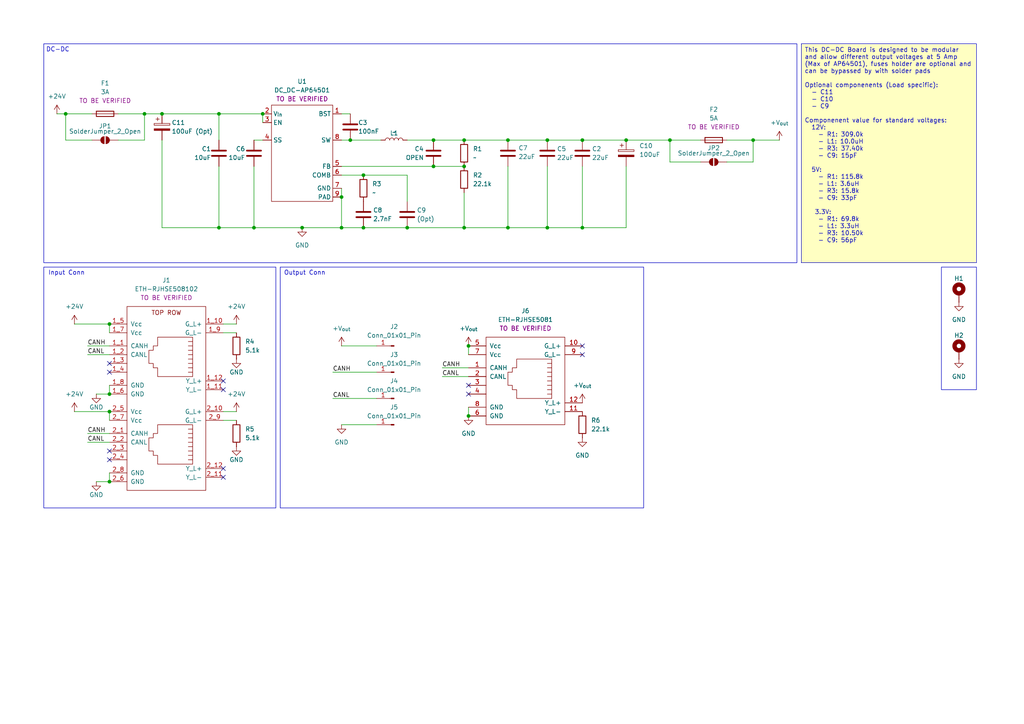
<source format=kicad_sch>
(kicad_sch (version 20231120) (generator "eeschema") (generator_version "8.0")
  (paper "A4")
  (lib_symbols
    (symbol "0_RoverLibrary:DC_DC-AP64501"
      (property "Reference" "U" (at 0 1.016 0))
      (property "Value" "DC_DC-AP64501" (at 0 -0.508 0))
      (property "STATUS" "TO BE VERIFIED" (at 0 -2.286 0))
      (symbol "DC_DC-AP64501_0_1"
        (rectangle (start -8.89 -3.81) (end 8.89 -31.75))
      )
      (symbol "DC_DC-AP64501_1_1"
        (pin unspecified line (at 11.43 -6.35 180) (length 2.54) (name "BST") (number "1"))
        (pin unspecified line (at -11.43 -6.35 0) (length 2.54) (name "V_{in}") (number "2"))
        (pin unspecified line (at -11.43 -8.89 0) (length 2.54) (name "EN") (number "3"))
        (pin unspecified line (at -11.43 -13.97 0) (length 2.54) (name "SS") (number "4"))
        (pin unspecified line (at 11.43 -21.59 180) (length 2.54) (name "FB") (number "5"))
        (pin unspecified line (at 11.43 -24.13 180) (length 2.54) (name "COMB") (number "6"))
        (pin unspecified line (at 11.43 -27.94 180) (length 2.54) (name "GND") (number "7"))
        (pin unspecified line (at 11.43 -13.97 180) (length 2.54) (name "SW") (number "8"))
        (pin unspecified line (at 11.43 -30.48 180) (length 2.54) (name "PAD") (number "9"))
      )
    )
    (symbol "0_RoverLibrary:ETH-RJHSE5081" (pin_names (offset 1.016))
      (property "Reference" "J" (at 0 9.144 0))
      (property "Value" "ETH-RJHSE5081" (at 0 6.858 0))
      (property "STATUS" "TO BE VERIFIED" (at 0.254 11.43 0))
      (symbol "ETH-RJHSE5081_0_1"
        (polyline (pts (xy 6.35 -3.81) (xy 7.62 -3.81)))
        (polyline (pts (xy 6.35 -2.54) (xy 7.62 -2.54)))
        (polyline (pts (xy 6.35 -5.08) (xy 7.62 -5.08) (xy 7.62 -5.08)))
        (polyline (pts (xy 7.62 -11.43) (xy 6.35 -11.43) (xy 6.35 -11.43)))
        (polyline (pts (xy 7.62 -10.16) (xy 6.35 -10.16) (xy 6.35 -10.16)))
        (polyline (pts (xy 7.62 -8.89) (xy 6.35 -8.89) (xy 6.35 -8.89)))
        (polyline (pts (xy 7.62 -7.62) (xy 6.35 -7.62) (xy 6.35 -7.62)))
        (polyline (pts (xy 7.62 -6.35) (xy 6.35 -6.35) (xy 6.35 -6.35)))
        (polyline (pts (xy 7.62 -12.7) (xy 7.62 -1.27) (xy -2.54 -1.27) (xy -2.54 -3.81) (xy -3.81 -3.81) (xy -3.81 -5.08) (xy -5.08 -5.08) (xy -5.08 -8.89) (xy -3.81 -8.89) (xy -3.81 -10.16) (xy -2.54 -10.16) (xy -2.54 -12.7) (xy 7.62 -12.7) (xy 7.62 -12.7)))
      )
      (symbol "ETH-RJHSE5081_1_1"
        (rectangle (start -11.43 5.08) (end 11.43 -20.32))
        (pin passive line (at -16.51 -3.81 0) (length 5.08) (name "CANH") (number "1"))
        (pin passive line (at 16.51 2.54 180) (length 5.08) (name "G_L+") (number "10"))
        (pin passive line (at 16.51 -16.51 180) (length 5.08) (name "Y_L-") (number "11"))
        (pin passive line (at 16.51 -13.97 180) (length 5.08) (name "Y_L+") (number "12"))
        (pin passive line (at -16.51 -6.35 0) (length 5.08) (name "CANL") (number "2"))
        (pin passive line (at -16.51 -8.89 0) (length 5.08) (name "~") (number "3"))
        (pin passive line (at -16.51 -11.43 0) (length 5.08) (name "~") (number "4"))
        (pin passive line (at -16.51 2.54 0) (length 5.08) (name "Vcc") (number "5"))
        (pin passive line (at -16.51 -17.78 0) (length 5.08) (name "GND") (number "6"))
        (pin passive line (at -16.51 0 0) (length 5.08) (name "Vcc") (number "7"))
        (pin passive line (at -16.51 -15.24 0) (length 5.08) (name "GND") (number "8"))
        (pin passive line (at 16.51 0 180) (length 5.08) (name "G_L-") (number "9"))
      )
    )
    (symbol "0_RoverLibrary:ETH-RJHSE508102" (pin_names (offset 1.016))
      (property "Reference" "J" (at 0 11.684 0))
      (property "Value" "ETH-RJHSE508102" (at 0 9.398 0))
      (property "STATUS" "TO BE VERIFIED" (at 0.254 13.97 0))
      (symbol "ETH-RJHSE508102_0_1"
        (polyline (pts (xy 6.35 -29.21) (xy 7.62 -29.21)))
        (polyline (pts (xy 6.35 -27.94) (xy 7.62 -27.94)))
        (polyline (pts (xy 6.35 -3.81) (xy 7.62 -3.81)))
        (polyline (pts (xy 6.35 -2.54) (xy 7.62 -2.54)))
        (polyline (pts (xy 6.35 -30.48) (xy 7.62 -30.48) (xy 7.62 -30.48)))
        (polyline (pts (xy 6.35 -5.08) (xy 7.62 -5.08) (xy 7.62 -5.08)))
        (polyline (pts (xy 7.62 -36.83) (xy 6.35 -36.83) (xy 6.35 -36.83)))
        (polyline (pts (xy 7.62 -35.56) (xy 6.35 -35.56) (xy 6.35 -35.56)))
        (polyline (pts (xy 7.62 -34.29) (xy 6.35 -34.29) (xy 6.35 -34.29)))
        (polyline (pts (xy 7.62 -33.02) (xy 6.35 -33.02) (xy 6.35 -33.02)))
        (polyline (pts (xy 7.62 -31.75) (xy 6.35 -31.75) (xy 6.35 -31.75)))
        (polyline (pts (xy 7.62 -11.43) (xy 6.35 -11.43) (xy 6.35 -11.43)))
        (polyline (pts (xy 7.62 -10.16) (xy 6.35 -10.16) (xy 6.35 -10.16)))
        (polyline (pts (xy 7.62 -8.89) (xy 6.35 -8.89) (xy 6.35 -8.89)))
        (polyline (pts (xy 7.62 -7.62) (xy 6.35 -7.62) (xy 6.35 -7.62)))
        (polyline (pts (xy 7.62 -6.35) (xy 6.35 -6.35) (xy 6.35 -6.35)))
        (polyline (pts (xy 7.62 -38.1) (xy 7.62 -26.67) (xy -2.54 -26.67) (xy -2.54 -29.21) (xy -3.81 -29.21) (xy -3.81 -30.48) (xy -5.08 -30.48) (xy -5.08 -34.29) (xy -3.81 -34.29) (xy -3.81 -35.56) (xy -2.54 -35.56) (xy -2.54 -38.1) (xy 7.62 -38.1) (xy 7.62 -38.1)))
        (polyline (pts (xy 7.62 -12.7) (xy 7.62 -1.27) (xy -2.54 -1.27) (xy -2.54 -3.81) (xy -3.81 -3.81) (xy -3.81 -5.08) (xy -5.08 -5.08) (xy -5.08 -8.89) (xy -3.81 -8.89) (xy -3.81 -10.16) (xy -2.54 -10.16) (xy -2.54 -12.7) (xy 7.62 -12.7) (xy 7.62 -12.7)))
      )
      (symbol "ETH-RJHSE508102_1_1"
        (rectangle (start -11.43 7.62) (end 11.43 -45.72))
        (text "TOP ROW" (at 0 5.842 0) (effects (font (size 1.27 1.27))))
        (pin passive line (at -16.51 -3.81 0) (length 5.08) (name "CANH") (number "1_1"))
        (pin passive line (at 16.51 2.54 180) (length 5.08) (name "G_L+") (number "1_10"))
        (pin passive line (at 16.51 -16.51 180) (length 5.08) (name "Y_L-") (number "1_11"))
        (pin passive line (at 16.51 -13.97 180) (length 5.08) (name "Y_L+") (number "1_12"))
        (pin passive line (at -16.51 -6.35 0) (length 5.08) (name "CANL") (number "1_2"))
        (pin passive line (at -16.51 -8.89 0) (length 5.08) (name "~") (number "1_3"))
        (pin passive line (at -16.51 -11.43 0) (length 5.08) (name "~") (number "1_4"))
        (pin passive line (at -16.51 2.54 0) (length 5.08) (name "Vcc") (number "1_5"))
        (pin passive line (at -16.51 -17.78 0) (length 5.08) (name "GND") (number "1_6"))
        (pin passive line (at -16.51 0 0) (length 5.08) (name "Vcc") (number "1_7"))
        (pin passive line (at -16.51 -15.24 0) (length 5.08) (name "GND") (number "1_8"))
        (pin passive line (at 16.51 0 180) (length 5.08) (name "G_L-") (number "1_9"))
        (pin passive line (at -16.51 -29.21 0) (length 5.08) (name "CANH") (number "2_1"))
        (pin passive line (at 16.51 -22.86 180) (length 5.08) (name "G_L+") (number "2_10"))
        (pin passive line (at 16.51 -41.91 180) (length 5.08) (name "Y_L-") (number "2_11"))
        (pin passive line (at 16.51 -39.37 180) (length 5.08) (name "Y_L+") (number "2_12"))
        (pin passive line (at -16.51 -31.75 0) (length 5.08) (name "CANL") (number "2_2"))
        (pin passive line (at -16.51 -34.29 0) (length 5.08) (name "~") (number "2_3"))
        (pin passive line (at -16.51 -36.83 0) (length 5.08) (name "~") (number "2_4"))
        (pin passive line (at -16.51 -22.86 0) (length 5.08) (name "Vcc") (number "2_5"))
        (pin passive line (at -16.51 -43.18 0) (length 5.08) (name "GND") (number "2_6"))
        (pin passive line (at -16.51 -25.4 0) (length 5.08) (name "Vcc") (number "2_7"))
        (pin passive line (at -16.51 -40.64 0) (length 5.08) (name "GND") (number "2_8"))
        (pin passive line (at 16.51 -25.4 180) (length 5.08) (name "G_L-") (number "2_9"))
      )
    )
    (symbol "0_RoverLibrary:FuseHolder-3588-20" (pin_numbers hide) (pin_names (offset 0))
      (property "Reference" "F" (at 2.032 0 90))
      (property "Value" "FuseHolder-3588-20" (at -1.905 0 90))
      (property "STATUS" "TO BE VERIFIED" (at -4.064 -0.254 90))
      (symbol "FuseHolder-3588-20_0_1"
        (rectangle (start -0.762 2.54) (end 0.762 -2.54) (stroke (width 0.254)))
        (polyline (pts (xy 0 2.54) (xy 0 -2.54)))
      )
      (symbol "FuseHolder-3588-20_1_1"
        (pin passive line (at 0 3.81 270) (length 1.27) (name "~") (number "1"))
        (pin passive line (at 0 -3.81 90) (length 1.27) (name "~") (number "2"))
      )
    )
    (symbol "0_RoverLibrary:MountingHole_Pad" (pin_numbers hide) (pin_names (offset 1.016) hide) (exclude_from_sim yes) (in_bom no)
      (property "Reference" "H" (at 0 6.35 0))
      (property "Value" "MountingHole_Pad" (at 0 4.445 0))
      (symbol "MountingHole_Pad_0_1"
        (circle (center 0 1.27) (radius 1.27) (stroke (width 1.27)))
      )
      (symbol "MountingHole_Pad_1_1"
        (pin input line (at 0 -2.54 90) (length 2.54) (name "1") (number "1"))
      )
    )
    (symbol "Connector:Conn_01x01_Pin" (pin_names (offset 1.016) hide)
      (property "Reference" "J" (at 0 2.54 0))
      (property "Value" "Conn_01x01_Pin" (at 0 -2.54 0))
      (symbol "Conn_01x01_Pin_1_1"
        (polyline (pts (xy 1.27 0) (xy 0.8636 0)) (stroke (width 0.1524)))
        (rectangle (start 0.8636 0.127) (end 0 -0.127) (stroke (width 0.1524)) (fill (type outline)))
        (pin passive line (at 5.08 0 180) (length 3.81) (name "Pin_1") (number "1"))
      )
    )
    (symbol "Device:C" (pin_numbers hide) (pin_names (offset 0.254))
      (property "Reference" "C" (at 0.635 2.54 0))
      (property "Value" "C" (at 0.635 -2.54 0))
      (symbol "C_0_1"
        (polyline (pts (xy -2.032 -0.762) (xy 2.032 -0.762)) (stroke (width 0.508)))
        (polyline (pts (xy -2.032 0.762) (xy 2.032 0.762)) (stroke (width 0.508)))
      )
      (symbol "C_1_1"
        (pin passive line (at 0 3.81 270) (length 2.794) (name "~") (number "1"))
        (pin passive line (at 0 -3.81 90) (length 2.794) (name "~") (number "2"))
      )
    )
    (symbol "Device:C_Polarized" (pin_numbers hide) (pin_names (offset 0.254))
      (property "Reference" "C" (at 0.635 2.54 0))
      (property "Value" "C_Polarized" (at 0.635 -2.54 0))
      (symbol "C_Polarized_0_1"
        (rectangle (start -2.286 0.508) (end 2.286 1.016))
        (polyline (pts (xy -1.778 2.286) (xy -0.762 2.286)))
        (polyline (pts (xy -1.27 2.794) (xy -1.27 1.778)))
        (rectangle (start 2.286 -0.508) (end -2.286 -1.016) (fill (type outline)))
      )
      (symbol "C_Polarized_1_1"
        (pin passive line (at 0 3.81 270) (length 2.794) (name "~") (number "1"))
        (pin passive line (at 0 -3.81 90) (length 2.794) (name "~") (number "2"))
      )
    )
    (symbol "Device:L" (pin_numbers hide) (pin_names (offset 1.016) hide)
      (property "Reference" "L" (at -1.27 0 90))
      (property "Value" "L" (at 1.905 0 90))
      (symbol "L_0_1"
        (arc (start 0 -2.54) (mid 0.6323 -1.905) (end 0 -1.27))
        (arc (start 0 -1.27) (mid 0.6323 -0.635) (end 0 0))
        (arc (start 0 0) (mid 0.6323 0.635) (end 0 1.27))
        (arc (start 0 1.27) (mid 0.6323 1.905) (end 0 2.54))
      )
      (symbol "L_1_1"
        (pin passive line (at 0 3.81 270) (length 1.27) (name "1") (number "1"))
        (pin passive line (at 0 -3.81 90) (length 1.27) (name "2") (number "2"))
      )
    )
    (symbol "Device:R" (pin_numbers hide) (pin_names (offset 0))
      (property "Reference" "R" (at 2.032 0 90))
      (property "Value" "R" (at 0 0 90))
      (symbol "R_0_1"
        (rectangle (start -1.016 -2.54) (end 1.016 2.54) (stroke (width 0.254)))
      )
      (symbol "R_1_1"
        (pin passive line (at 0 3.81 270) (length 1.27) (name "~") (number "1"))
        (pin passive line (at 0 -3.81 90) (length 1.27) (name "~") (number "2"))
      )
    )
    (symbol "Jumper:SolderJumper_2_Open" (pin_numbers hide) (pin_names (offset 0) hide) (exclude_from_sim yes) (in_bom no)
      (property "Reference" "JP" (at 0 2.032 0))
      (property "Value" "SolderJumper_2_Open" (at 0 -2.54 0))
      (symbol "SolderJumper_2_Open_0_1"
        (arc (start -0.254 1.016) (mid -1.2656 0) (end -0.254 -1.016))
        (arc (start -0.254 1.016) (mid -1.2656 0) (end -0.254 -1.016) (fill (type outline)))
        (polyline (pts (xy -0.254 1.016) (xy -0.254 -1.016)))
        (polyline (pts (xy 0.254 1.016) (xy 0.254 -1.016)))
        (arc (start 0.254 -1.016) (mid 1.2656 0) (end 0.254 1.016))
        (arc (start 0.254 -1.016) (mid 1.2656 0) (end 0.254 1.016) (fill (type outline)))
      )
      (symbol "SolderJumper_2_Open_1_1"
        (pin passive line (at -3.81 0 0) (length 2.54) (name "A") (number "1"))
        (pin passive line (at 3.81 0 180) (length 2.54) (name "B") (number "2"))
      )
    )
    (symbol "power:+24V" (power) (pin_numbers hide) (pin_names (offset 0) hide)
      (property "Value" "+24V" (at 0 3.556 0))
      (symbol "+24V_0_1"
        (polyline (pts (xy -0.762 1.27) (xy 0 2.54)))
        (polyline (pts (xy 0 0) (xy 0 2.54)))
        (polyline (pts (xy 0 2.54) (xy 0.762 1.27)))
      )
      (symbol "+24V_1_1"
        (pin power_in line (at 0 0 90) (length 0) (name "~") (number "1"))
      )
    )
    (symbol "power:+5V" (power) (pin_numbers hide) (pin_names (offset 0) hide)
      (property "Value" "+5V" (at 0 3.556 0))
      (symbol "+5V_0_1"
        (polyline (pts (xy -0.762 1.27) (xy 0 2.54)))
        (polyline (pts (xy 0 0) (xy 0 2.54)))
        (polyline (pts (xy 0 2.54) (xy 0.762 1.27)))
      )
      (symbol "+5V_1_1"
        (pin power_in line (at 0 0 90) (length 0) (name "~") (number "1"))
      )
    )
    (symbol "power:GND" (power) (pin_numbers hide) (pin_names (offset 0) hide)
      (property "Value" "GND" (at 0 -3.81 0))
      (symbol "GND_0_1"
        (polyline (pts (xy 0 0) (xy 0 -1.27) (xy 1.27 -1.27) (xy 0 -2.54) (xy -1.27 -1.27) (xy 0 -1.27)))
      )
      (symbol "GND_1_1"
        (pin power_in line (at 0 0 270) (length 0) (name "~") (number "1"))
      )
    )
  )
  (junction (at 135.89 100.33))
  (junction (at 73.66 66.04))
  (junction (at 158.75 40.64))
  (junction (at 134.62 40.64))
  (junction (at 31.75 119.38))
  (junction (at 19.05 33.02))
  (junction (at 118.11 66.04))
  (junction (at 41.91 33.02))
  (junction (at 63.5 33.02))
  (junction (at 194.31 40.64))
  (junction (at 135.89 120.65))
  (junction (at 31.75 114.3))
  (junction (at 63.5 66.04))
  (junction (at 218.44 40.64))
  (junction (at 99.06 66.04))
  (junction (at 158.75 66.04))
  (junction (at 31.75 139.7))
  (junction (at 31.75 93.98))
  (junction (at 125.73 48.26))
  (junction (at 105.41 66.04))
  (junction (at 134.62 48.26))
  (junction (at 125.73 40.64))
  (junction (at 134.62 66.04))
  (junction (at 101.6 40.64))
  (junction (at 105.41 50.8))
  (junction (at 46.99 33.02))
  (junction (at 181.61 40.64))
  (junction (at 147.32 66.04))
  (junction (at 87.63 66.04))
  (junction (at 168.91 40.64))
  (junction (at 168.91 66.04))
  (junction (at 99.06 57.15))
  (junction (at 147.32 40.64))
  (junction (at 76.2 33.02))
  (no_connect (at 31.75 105.41))
  (no_connect (at 31.75 133.35))
  (no_connect (at 31.75 107.95))
  (no_connect (at 168.91 102.87))
  (no_connect (at 168.91 100.33))
  (no_connect (at 64.77 138.43))
  (no_connect (at 64.77 113.03))
  (no_connect (at 64.77 135.89))
  (no_connect (at 135.89 111.76))
  (no_connect (at 31.75 130.81))
  (no_connect (at 64.77 110.49))
  (no_connect (at 135.89 114.3))
  (wire (pts (xy 25.4 102.87) (xy 31.75 102.87)))
  (wire (pts (xy 118.11 66.04) (xy 105.41 66.04)))
  (wire (pts (xy 96.52 115.57) (xy 109.22 115.57)))
  (wire (pts (xy 31.75 111.76) (xy 31.75 114.3)))
  (wire (pts (xy 218.44 46.99) (xy 218.44 40.64)))
  (wire (pts (xy 125.73 40.64) (xy 134.62 40.64)))
  (wire (pts (xy 181.61 66.04) (xy 168.91 66.04)))
  (wire (pts (xy 73.66 40.64) (xy 76.2 40.64)))
  (wire (pts (xy 73.66 66.04) (xy 73.66 48.26)))
  (wire (pts (xy 181.61 48.26) (xy 181.61 66.04)))
  (wire (pts (xy 210.82 46.99) (xy 218.44 46.99)))
  (wire (pts (xy 21.59 119.38) (xy 31.75 119.38)))
  (wire (pts (xy 68.58 119.38) (xy 64.77 119.38)))
  (wire (pts (xy 25.4 125.73) (xy 31.75 125.73)))
  (wire (pts (xy 34.29 40.64) (xy 41.91 40.64)))
  (wire (pts (xy 41.91 33.02) (xy 46.99 33.02)))
  (wire (pts (xy 218.44 40.64) (xy 226.06 40.64)))
  (wire (pts (xy 87.63 66.04) (xy 99.06 66.04)))
  (wire (pts (xy 194.31 40.64) (xy 203.2 40.64)))
  (wire (pts (xy 68.58 93.98) (xy 64.77 93.98)))
  (wire (pts (xy 25.4 100.33) (xy 31.75 100.33)))
  (wire (pts (xy 27.94 114.3) (xy 31.75 114.3)))
  (wire (pts (xy 99.06 100.33) (xy 109.22 100.33)))
  (wire (pts (xy 19.05 40.64) (xy 19.05 33.02)))
  (wire (pts (xy 134.62 40.64) (xy 147.32 40.64)))
  (wire (pts (xy 99.06 54.61) (xy 99.06 57.15)))
  (wire (pts (xy 27.94 139.7) (xy 31.75 139.7)))
  (wire (pts (xy 118.11 58.42) (xy 118.11 50.8)))
  (wire (pts (xy 76.2 33.02) (xy 76.2 35.56)))
  (wire (pts (xy 147.32 66.04) (xy 134.62 66.04)))
  (wire (pts (xy 118.11 50.8) (xy 105.41 50.8)))
  (wire (pts (xy 63.5 40.64) (xy 63.5 33.02)))
  (wire (pts (xy 21.59 93.98) (xy 31.75 93.98)))
  (wire (pts (xy 46.99 66.04) (xy 63.5 66.04)))
  (wire (pts (xy 125.73 40.64) (xy 118.11 40.64)))
  (wire (pts (xy 99.06 66.04) (xy 105.41 66.04)))
  (wire (pts (xy 128.27 109.22) (xy 135.89 109.22)))
  (wire (pts (xy 158.75 40.64) (xy 168.91 40.64)))
  (wire (pts (xy 181.61 40.64) (xy 194.31 40.64)))
  (wire (pts (xy 158.75 66.04) (xy 158.75 48.26)))
  (wire (pts (xy 73.66 66.04) (xy 87.63 66.04)))
  (wire (pts (xy 135.89 100.33) (xy 135.89 102.87)))
  (wire (pts (xy 135.89 118.11) (xy 135.89 120.65)))
  (wire (pts (xy 68.58 96.52) (xy 64.77 96.52)))
  (wire (pts (xy 99.06 33.02) (xy 101.6 33.02)))
  (wire (pts (xy 99.06 123.19) (xy 109.22 123.19)))
  (wire (pts (xy 31.75 137.16) (xy 31.75 139.7)))
  (wire (pts (xy 147.32 66.04) (xy 158.75 66.04)))
  (wire (pts (xy 210.82 40.64) (xy 218.44 40.64)))
  (wire (pts (xy 31.75 93.98) (xy 31.75 96.52)))
  (wire (pts (xy 99.06 40.64) (xy 101.6 40.64)))
  (wire (pts (xy 31.75 119.38) (xy 31.75 121.92)))
  (wire (pts (xy 46.99 40.64) (xy 46.99 66.04)))
  (wire (pts (xy 99.06 57.15) (xy 99.06 66.04)))
  (wire (pts (xy 19.05 33.02) (xy 26.67 33.02)))
  (wire (pts (xy 203.2 46.99) (xy 194.31 46.99)))
  (wire (pts (xy 96.52 107.95) (xy 109.22 107.95)))
  (wire (pts (xy 63.5 33.02) (xy 76.2 33.02)))
  (wire (pts (xy 134.62 55.88) (xy 134.62 66.04)))
  (wire (pts (xy 101.6 40.64) (xy 110.49 40.64)))
  (wire (pts (xy 168.91 40.64) (xy 181.61 40.64)))
  (wire (pts (xy 147.32 40.64) (xy 158.75 40.64)))
  (wire (pts (xy 158.75 66.04) (xy 168.91 66.04)))
  (wire (pts (xy 168.91 66.04) (xy 168.91 48.26)))
  (wire (pts (xy 125.73 48.26) (xy 134.62 48.26)))
  (wire (pts (xy 134.62 66.04) (xy 118.11 66.04)))
  (wire (pts (xy 41.91 40.64) (xy 41.91 33.02)))
  (wire (pts (xy 25.4 128.27) (xy 31.75 128.27)))
  (wire (pts (xy 26.67 40.64) (xy 19.05 40.64)))
  (wire (pts (xy 194.31 46.99) (xy 194.31 40.64)))
  (wire (pts (xy 34.29 33.02) (xy 41.91 33.02)))
  (wire (pts (xy 63.5 48.26) (xy 63.5 66.04)))
  (wire (pts (xy 147.32 48.26) (xy 147.32 66.04)))
  (wire (pts (xy 128.27 106.68) (xy 135.89 106.68)))
  (wire (pts (xy 46.99 33.02) (xy 63.5 33.02)))
  (wire (pts (xy 16.51 33.02) (xy 19.05 33.02)))
  (wire (pts (xy 99.06 48.26) (xy 125.73 48.26)))
  (wire (pts (xy 99.06 50.8) (xy 105.41 50.8)))
  (wire (pts (xy 68.58 121.92) (xy 64.77 121.92)))
  (wire (pts (xy 63.5 66.04) (xy 73.66 66.04)))
  (rectangle (start 12.7 77.47) (end 80.01 147.32))
  (rectangle (start 12.7 12.7) (end 231.14 76.2))
  (rectangle (start 81.28 77.47) (end 186.69 147.32))
  (rectangle (start 273.05 77.47) (end 283.21 113.03))
  (text_box "This DC-DC Board is designed to be modular and allow different output voltages at 5 Amp (Max of AP64501), fuses holder are optional and can be bypassed by with solder pads\n\nOptional componenents (Load specific):\n  - C11\n  - C10\n  - C9\n\nComponenent value for standard voltages:\n  12V:\n    - R1: 309.0k\n    - L1: 10.0uH\n    - R3: 37.40k\n    - C9: 15pF\n\n  5V:\n    - R1: 115.8k\n    - L1: 3.6uH\n    - R3: 15.8k\n    - C9: 33pF\n\n   3.3V:\n    - R1: 69.8k\n    - L1: 3.3uH\n    - R3: 10.50k\n    - C9: 56pF" (at 232.41 12.7 0) (size 50.8 63.5) (fill (type color) (color 255 255 194 1)) (effects (font (size 1.27 1.27)) (justify left top)))
  (text "Input Conn" (at 19.304 79.248 0) (effects (font (size 1.27 1.27))))
  (text "DC-DC" (at 16.764 14.478 0) (effects (font (size 1.27 1.27))))
  (text "Output Conn" (at 88.392 79.248 0) (effects (font (size 1.27 1.27))))
  (label "CANH" (at 96.52 107.95 0))
  (label "CANH" (at 25.4 100.33 0))
  (label "CANL" (at 25.4 102.87 0))
  (label "CANH" (at 128.27 106.68 0))
  (label "CANL" (at 128.27 109.22 0))
  (label "CANH" (at 25.4 125.73 0))
  (label "CANL" (at 25.4 128.27 0))
  (label "CANL" (at 96.52 115.57 0))
  (symbol (lib_id "Device:C") (at 118.11 62.23 180) (unit 1)
    (property "Reference" "C9" (at 120.904 60.96 0) (effects (justify right)))
    (property "Value" "(Opt)" (at 120.904 63.5 0) (effects (justify right)))
    (property "Footprint" "Capacitor_SMD:C_0805_2012Metric_Pad1.18x1.45mm_HandSolder" (effects (hide yes)))
    (property "Description" "Unpolarized capacitor" (effects (hide yes)))
  )
  (symbol (lib_id "power:+24V") (at 68.58 119.38 0) (unit 1)
    (property "Reference" "#PWR015" (effects (hide yes)))
    (property "Value" "+24V" (at 68.58 114.3 0))
    (property "Description" "Power symbol creates a global label with name \"+24V\"" (effects (hide yes)))
  )
  (symbol (lib_id "Device:R") (at 68.58 125.73 180) (unit 1)
    (property "Reference" "R5" (at 71.12 124.4599 0) (effects (justify right)))
    (property "Value" "5.1k" (at 71.12 126.9999 0) (effects (justify right)))
    (property "Footprint" "Resistor_SMD:R_0805_2012Metric_Pad1.20x1.40mm_HandSolder" (effects (hide yes)))
    (property "Description" "Resistor" (effects (hide yes)))
  )
  (symbol (lib_id "power:GND") (at 27.94 139.7 0) (unit 1)
    (property "Reference" "#PWR012" (effects (hide yes)))
    (property "Value" "GND" (at 27.94 143.51 0))
    (property "Description" "Power symbol creates a global label with name \"GND\" , ground" (effects (hide yes)))
  )
  (symbol (lib_id "power:GND") (at 168.91 127 0) (unit 1)
    (property "Reference" "#PWR04" (effects (hide yes)))
    (property "Value" "GND" (at 168.91 132.08 0))
    (property "Description" "Power symbol creates a global label with name \"GND\" , ground" (effects (hide yes)))
  )
  (symbol (lib_id "Device:R") (at 105.41 54.61 0) (unit 1)
    (property "Reference" "R3" (at 107.95 53.3399 0) (effects (justify left)))
    (property "Value" "~" (at 107.95 55.8799 0) (effects (justify left)))
    (property "Footprint" "Resistor_SMD:R_0805_2012Metric" (effects (hide yes)))
    (property "Description" "Resistor" (effects (hide yes)))
  )
  (symbol (lib_id "power:+24V") (at 16.51 33.02 0) (unit 1)
    (property "Reference" "#PWR01" (effects (hide yes)))
    (property "Value" "+24V" (at 16.51 27.94 0))
    (property "Description" "Power symbol creates a global label with name \"+24V\"" (effects (hide yes)))
  )
  (symbol (lib_id "Device:C") (at 105.41 62.23 180) (unit 1)
    (property "Reference" "C8" (at 108.204 60.96 0) (effects (justify right)))
    (property "Value" "2.7nF" (at 108.204 63.5 0) (effects (justify right)))
    (property "Footprint" "Capacitor_SMD:C_0805_2012Metric_Pad1.18x1.45mm_HandSolder" (effects (hide yes)))
    (property "Description" "Unpolarized capacitor" (effects (hide yes)))
  )
  (symbol (lib_id "0_RoverLibrary:FuseHolder-3588-20") (at 207.01 40.64 90) (unit 1)
    (property "Reference" "F2" (at 207.01 31.75 90))
    (property "Value" "5A" (at 207.01 34.29 90))
    (property "Footprint" "RoverFootprint:FuseHolder-3588-20" (effects (hide yes)))
    (property "Description" "FuseHolder SMD 20A Max" (effects (hide yes)))
    (property "STATUS" "TO BE VERIFIED" (at 207.01 36.83 90))
  )
  (symbol (lib_id "Device:R") (at 168.91 123.19 0) (unit 1)
    (property "Reference" "R6" (at 171.45 121.9199 0) (effects (justify left)))
    (property "Value" "22.1k" (at 171.45 124.4599 0) (effects (justify left)))
    (property "Footprint" "Resistor_SMD:R_0805_2012Metric" (effects (hide yes)))
    (property "Description" "Resistor" (effects (hide yes)))
  )
  (symbol (lib_id "Connector:Conn_01x01_Pin") (at 114.3 115.57 0) (mirror y) (unit 1)
    (property "Reference" "J4" (at 114.3 110.49 0))
    (property "Value" "Conn_01x01_Pin" (at 114.3 113.03 0))
    (property "Footprint" "RoverFootprint:Pad_SMD_1x3mm" (effects (hide yes)))
    (property "Description" "Generic connector, single row, 01x01, script generated" (effects (hide yes)))
  )
  (symbol (lib_id "Device:C") (at 147.32 44.45 180) (unit 1)
    (property "Reference" "C7" (at 150.368 42.926 0) (effects (justify right)))
    (property "Value" "22uF" (at 150.368 45.466 0) (effects (justify right)))
    (property "Footprint" "Capacitor_SMD:C_0805_2012Metric_Pad1.18x1.45mm_HandSolder" (effects (hide yes)))
    (property "Description" "Unpolarized capacitor" (effects (hide yes)))
  )
  (symbol (lib_id "power:+5V") (at 226.06 40.64 0) (unit 1)
    (property "Reference" "#PWR08" (effects (hide yes)))
    (property "Value" "+V_{out}" (at 226.06 35.56 0))
    (property "Description" "Power symbol creates a global label with name \"+5V\"" (effects (hide yes)))
  )
  (symbol (lib_id "Device:R") (at 68.58 100.33 180) (unit 1)
    (property "Reference" "R4" (at 71.12 99.0599 0) (effects (justify right)))
    (property "Value" "5.1k" (at 71.12 101.5999 0) (effects (justify right)))
    (property "Footprint" "Resistor_SMD:R_0805_2012Metric_Pad1.20x1.40mm_HandSolder" (effects (hide yes)))
    (property "Description" "Resistor" (effects (hide yes)))
  )
  (symbol (lib_id "Device:R") (at 134.62 44.45 0) (unit 1)
    (property "Reference" "R1" (at 137.16 43.1799 0) (effects (justify left)))
    (property "Value" "~" (at 137.16 45.7199 0) (effects (justify left)))
    (property "Footprint" "Resistor_SMD:R_0805_2012Metric" (effects (hide yes)))
    (property "Description" "Resistor" (effects (hide yes)))
  )
  (symbol (lib_id "Device:C") (at 63.5 44.45 0) (mirror x) (unit 1)
    (property "Reference" "C1" (at 61.214 43.18 0) (effects (justify right)))
    (property "Value" "10uF" (at 61.214 45.72 0) (effects (justify right)))
    (property "Footprint" "Capacitor_SMD:C_0805_2012Metric_Pad1.18x1.45mm_HandSolder" (effects (hide yes)))
    (property "Description" "Unpolarized capacitor" (effects (hide yes)))
  )
  (symbol (lib_id "power:GND") (at 87.63 66.04 0) (unit 1)
    (property "Reference" "#PWR06" (effects (hide yes)))
    (property "Value" "GND" (at 87.63 71.12 0))
    (property "Description" "Power symbol creates a global label with name \"GND\" , ground" (effects (hide yes)))
  )
  (symbol (lib_id "0_RoverLibrary:DC_DC-AP64501") (at 87.63 26.67 0) (unit 1)
    (property "Reference" "U1" (at 87.63 23.622 0))
    (property "Value" "DC_DC-AP64501" (at 87.63 26.162 0))
    (property "Footprint" "Package_SO:SOIC-8-1EP_3.9x4.9mm_P1.27mm_EP2.29x3mm" (effects (hide yes)))
    (property "Datasheet" "https://www.diodes.com/assets/Datasheets/AP64501.pdf" (effects (hide yes)))
    (property "Description" "DC-DC 3.8V-40V 5A | Adj" (effects (hide yes)))
    (property "STATUS" "TO BE VERIFIED" (at 87.63 28.702 0))
    (property "Digikey" "https://www.digikey.ca/en/products/detail/diodes-incorporated/AP64501SP-13/10419715" (effects (hide yes)))
  )
  (symbol (lib_id "Device:C") (at 101.6 36.83 180) (unit 1)
    (property "Reference" "C3" (at 103.886 35.56 0) (effects (justify right)))
    (property "Value" "100nF" (at 103.886 38.1 0) (effects (justify right)))
    (property "Footprint" "Capacitor_SMD:C_0805_2012Metric_Pad1.18x1.45mm_HandSolder" (effects (hide yes)))
    (property "Description" "Unpolarized capacitor" (effects (hide yes)))
  )
  (symbol (lib_id "power:GND") (at 27.94 114.3 0) (unit 1)
    (property "Reference" "#PWR010" (effects (hide yes)))
    (property "Value" "GND" (at 27.94 118.11 0))
    (property "Description" "Power symbol creates a global label with name \"GND\" , ground" (effects (hide yes)))
  )
  (symbol (lib_id "power:+5V") (at 135.89 100.33 0) (unit 1)
    (property "Reference" "#PWR05" (effects (hide yes)))
    (property "Value" "+V_{out}" (at 135.89 95.25 0))
    (property "Description" "Power symbol creates a global label with name \"+5V\"" (effects (hide yes)))
  )
  (symbol (lib_id "0_RoverLibrary:FuseHolder-3588-20") (at 30.48 33.02 90) (unit 1)
    (property "Reference" "F1" (at 30.48 24.13 90))
    (property "Value" "3A" (at 30.48 26.67 90))
    (property "Footprint" "RoverFootprint:FuseHolder-3588-20" (effects (hide yes)))
    (property "Description" "FuseHolder SMD 20A Max" (effects (hide yes)))
    (property "STATUS" "TO BE VERIFIED" (at 30.48 29.21 90))
  )
  (symbol (lib_id "power:GND") (at 68.58 129.54 0) (unit 1)
    (property "Reference" "#PWR016" (effects (hide yes)))
    (property "Value" "GND" (at 68.58 133.35 0))
    (property "Description" "Power symbol creates a global label with name \"GND\" , ground" (effects (hide yes)))
  )
  (symbol (lib_id "Device:C") (at 158.75 44.45 180) (unit 1)
    (property "Reference" "C5" (at 161.544 43.18 0) (effects (justify right)))
    (property "Value" "22uF" (at 161.544 45.72 0) (effects (justify right)))
    (property "Footprint" "Capacitor_SMD:C_0805_2012Metric_Pad1.18x1.45mm_HandSolder" (effects (hide yes)))
    (property "Description" "Unpolarized capacitor" (effects (hide yes)))
  )
  (symbol (lib_id "power:+24V") (at 21.59 119.38 0) (unit 1)
    (property "Reference" "#PWR011" (effects (hide yes)))
    (property "Value" "+24V" (at 21.59 114.3 0))
    (property "Description" "Power symbol creates a global label with name \"+24V\"" (effects (hide yes)))
  )
  (symbol (lib_id "Connector:Conn_01x01_Pin") (at 114.3 107.95 0) (mirror y) (unit 1)
    (property "Reference" "J3" (at 114.3 102.87 0))
    (property "Value" "Conn_01x01_Pin" (at 114.3 105.41 0))
    (property "Footprint" "RoverFootprint:Pad_SMD_1x3mm" (effects (hide yes)))
    (property "Description" "Generic connector, single row, 01x01, script generated" (effects (hide yes)))
  )
  (symbol (lib_id "Device:C") (at 168.91 44.45 180) (unit 1)
    (property "Reference" "C2" (at 171.704 43.18 0) (effects (justify right)))
    (property "Value" "22uF" (at 171.704 45.72 0) (effects (justify right)))
    (property "Footprint" "Capacitor_SMD:C_0805_2012Metric_Pad1.18x1.45mm_HandSolder" (effects (hide yes)))
    (property "Description" "Unpolarized capacitor" (effects (hide yes)))
  )
  (symbol (lib_id "power:GND") (at 135.89 120.65 0) (unit 1)
    (property "Reference" "#PWR03" (effects (hide yes)))
    (property "Value" "GND" (at 135.89 125.73 0))
    (property "Description" "Power symbol creates a global label with name \"GND\" , ground" (effects (hide yes)))
  )
  (symbol (lib_id "power:+5V") (at 99.06 100.33 0) (unit 1)
    (property "Reference" "#PWR07" (effects (hide yes)))
    (property "Value" "+V_{out}" (at 99.06 95.25 0))
    (property "Description" "Power symbol creates a global label with name \"+5V\"" (effects (hide yes)))
  )
  (symbol (lib_id "Device:C_Polarized") (at 46.99 36.83 0) (unit 1)
    (property "Reference" "C11" (at 49.784 35.56 0) (effects (justify left)))
    (property "Value" "100uF (Opt)" (at 49.784 38.1 0) (effects (justify left)))
    (property "Footprint" "Capacitor_SMD:CP_Elec_6.3x7.7" (effects (hide yes)))
    (property "Description" "Polarized capacitor" (effects (hide yes)))
  )
  (symbol (lib_id "Device:C") (at 125.73 44.45 0) (mirror x) (unit 1)
    (property "Reference" "C4" (at 122.936 43.18 0) (effects (justify right)))
    (property "Value" "OPEN" (at 122.936 45.72 0) (effects (justify right)))
    (property "Footprint" "Capacitor_SMD:C_0805_2012Metric_Pad1.18x1.45mm_HandSolder" (effects (hide yes)))
    (property "Description" "Unpolarized capacitor" (effects (hide yes)))
  )
  (symbol (lib_id "Jumper:SolderJumper_2_Open") (at 207.01 46.99 0) (unit 1) (exclude_from_sim yes) (in_bom no)
    (property "Reference" "JP2" (at 207.01 42.926 0))
    (property "Value" "SolderJumper_2_Open" (at 207.01 44.45 0))
    (property "Footprint" "Jumper:SolderJumper-2_P1.3mm_Open_TrianglePad1.0x1.5mm" (effects (hide yes)))
    (property "Description" "Solder Jumper, 2-pole, open" (effects (hide yes)))
  )
  (symbol (lib_id "Device:C") (at 73.66 44.45 0) (mirror x) (unit 1)
    (property "Reference" "C6" (at 71.12 43.18 0) (effects (justify right)))
    (property "Value" "10uF" (at 71.12 45.72 0) (effects (justify right)))
    (property "Footprint" "Capacitor_SMD:C_0805_2012Metric_Pad1.18x1.45mm_HandSolder" (effects (hide yes)))
    (property "Description" "Unpolarized capacitor" (effects (hide yes)))
  )
  (symbol (lib_id "power:GND") (at 99.06 123.19 0) (unit 1)
    (property "Reference" "#PWR018" (effects (hide yes)))
    (property "Value" "GND" (at 99.06 128.27 0))
    (property "Description" "Power symbol creates a global label with name \"GND\" , ground" (effects (hide yes)))
  )
  (symbol (lib_id "0_RoverLibrary:MountingHole_Pad") (at 278.13 101.6 0) (unit 1) (exclude_from_sim yes) (in_bom no)
    (property "Reference" "H2" (at 278.13 97.282 0))
    (property "Value" "MountingHole_Pad" (effects (hide yes)))
    (property "Footprint" "MountingHole:MountingHole_3.2mm_M3_DIN965_Pad_TopBottom" (effects (hide yes)))
    (property "Description" "Mounting Hole with connection" (effects (hide yes)))
  )
  (symbol (lib_id "Connector:Conn_01x01_Pin") (at 114.3 123.19 0) (mirror y) (unit 1)
    (property "Reference" "J5" (at 114.3 118.11 0))
    (property "Value" "Conn_01x01_Pin" (at 114.3 120.65 0))
    (property "Footprint" "RoverFootprint:Pad_SMD_1x3mm" (effects (hide yes)))
    (property "Description" "Generic connector, single row, 01x01, script generated" (effects (hide yes)))
  )
  (symbol (lib_id "0_RoverLibrary:MountingHole_Pad") (at 278.13 85.09 0) (unit 1) (exclude_from_sim yes) (in_bom no)
    (property "Reference" "H1" (at 278.13 80.772 0))
    (property "Value" "MountingHole_Pad" (effects (hide yes)))
    (property "Footprint" "MountingHole:MountingHole_3.2mm_M3_DIN965_Pad_TopBottom" (effects (hide yes)))
    (property "Description" "Mounting Hole with connection" (effects (hide yes)))
  )
  (symbol (lib_id "0_RoverLibrary:ETH-RJHSE508102") (at 48.26 96.52 0) (unit 1)
    (property "Reference" "J1" (at 48.26 81.28 0))
    (property "Value" "ETH-RJHSE508102" (at 48.26 83.82 0))
    (property "Footprint" "RoverFootprint:ETH-RJHSE508102" (effects (hide yes)))
    (property "Description" "RJ connector, 8P8C (8 positions 8 connected), RJ31/RJ32/RJ33/RJ34/RJ35/RJ41/RJ45/RJ49/RJ61" (effects (hide yes)))
    (property "STATUS" "TO BE VERIFIED" (at 48.26 86.36 0))
  )
  (symbol (lib_id "power:+24V") (at 68.58 93.98 0) (unit 1)
    (property "Reference" "#PWR013" (effects (hide yes)))
    (property "Value" "+24V" (at 68.58 88.9 0))
    (property "Description" "Power symbol creates a global label with name \"+24V\"" (effects (hide yes)))
  )
  (symbol (lib_id "Device:C_Polarized") (at 181.61 44.45 0) (unit 1)
    (property "Reference" "C10" (at 185.42 42.2909 0) (effects (justify left)))
    (property "Value" "100uF" (at 185.42 44.8309 0) (effects (justify left)))
    (property "Footprint" "Capacitor_SMD:CP_Elec_6.3x7.7" (effects (hide yes)))
    (property "Description" "Polarized capacitor" (effects (hide yes)))
  )
  (symbol (lib_id "power:GND") (at 278.13 104.14 0) (unit 1)
    (property "Reference" "#PWR019" (effects (hide yes)))
    (property "Value" "GND" (at 278.13 109.22 0))
    (property "Description" "Power symbol creates a global label with name \"GND\" , ground" (effects (hide yes)))
  )
  (symbol (lib_id "Jumper:SolderJumper_2_Open") (at 30.48 40.64 0) (unit 1) (exclude_from_sim yes) (in_bom no)
    (property "Reference" "JP1" (at 30.48 36.576 0))
    (property "Value" "SolderJumper_2_Open" (at 30.48 38.1 0))
    (property "Footprint" "Jumper:SolderJumper-2_P1.3mm_Open_TrianglePad1.0x1.5mm" (effects (hide yes)))
    (property "Description" "Solder Jumper, 2-pole, open" (effects (hide yes)))
  )
  (symbol (lib_id "power:+5V") (at 168.91 116.84 0) (unit 1)
    (property "Reference" "#PWR02" (effects (hide yes)))
    (property "Value" "+V_{out}" (at 168.91 111.76 0))
    (property "Description" "Power symbol creates a global label with name \"+5V\"" (effects (hide yes)))
  )
  (symbol (lib_id "Device:R") (at 134.62 52.07 0) (unit 1)
    (property "Reference" "R2" (at 137.16 50.7999 0) (effects (justify left)))
    (property "Value" "22.1k" (at 137.16 53.3399 0) (effects (justify left)))
    (property "Footprint" "Resistor_SMD:R_0805_2012Metric" (effects (hide yes)))
    (property "Description" "Resistor" (effects (hide yes)))
  )
  (symbol (lib_id "0_RoverLibrary:ETH-RJHSE5081") (at 152.4 102.87 0) (unit 1)
    (property "Reference" "J6" (at 152.4 90.17 0))
    (property "Value" "ETH-RJHSE5081" (at 152.4 92.71 0))
    (property "Footprint" "RoverFootprint:ETH-RJHSE5081" (effects (hide yes)))
    (property "Description" "RJ connector, 8P8C (8 positions 8 connected), RJ31/RJ32/RJ33/RJ34/RJ35/RJ41/RJ45/RJ49/RJ61" (effects (hide yes)))
    (property "STATUS" "TO BE VERIFIED" (at 152.4 95.25 0))
  )
  (symbol (lib_id "power:GND") (at 278.13 87.63 0) (unit 1)
    (property "Reference" "#PWR017" (effects (hide yes)))
    (property "Value" "GND" (at 278.13 92.71 0))
    (property "Description" "Power symbol creates a global label with name \"GND\" , ground" (effects (hide yes)))
  )
  (symbol (lib_id "power:+24V") (at 21.59 93.98 0) (unit 1)
    (property "Reference" "#PWR09" (effects (hide yes)))
    (property "Value" "+24V" (at 21.59 88.9 0))
    (property "Description" "Power symbol creates a global label with name \"+24V\"" (effects (hide yes)))
  )
  (symbol (lib_id "Connector:Conn_01x01_Pin") (at 114.3 100.33 0) (mirror y) (unit 1)
    (property "Reference" "J2" (at 114.3 94.742 0))
    (property "Value" "Conn_01x01_Pin" (at 114.3 97.282 0))
    (property "Footprint" "RoverFootprint:Pad_SMD_1x3mm" (effects (hide yes)))
    (property "Description" "Generic connector, single row, 01x01, script generated" (effects (hide yes)))
  )
  (symbol (lib_id "Device:L") (at 114.3 40.64 90) (unit 1)
    (property "Reference" "L1" (at 114.3 38.608 90))
    (property "Value" "~" (at 114.3 38.354 90))
    (property "Footprint" "Inductor_SMD:L_SXN_SMDRI125" (effects (hide yes)))
    (property "Description" "Inductor" (effects (hide yes)))
  )
  (symbol (lib_id "power:GND") (at 68.58 104.14 0) (unit 1)
    (property "Reference" "#PWR014" (effects (hide yes)))
    (property "Value" "GND" (at 68.58 107.95 0))
    (property "Description" "Power symbol creates a global label with name \"GND\" , ground" (effects (hide yes)))
  )
)
</source>
